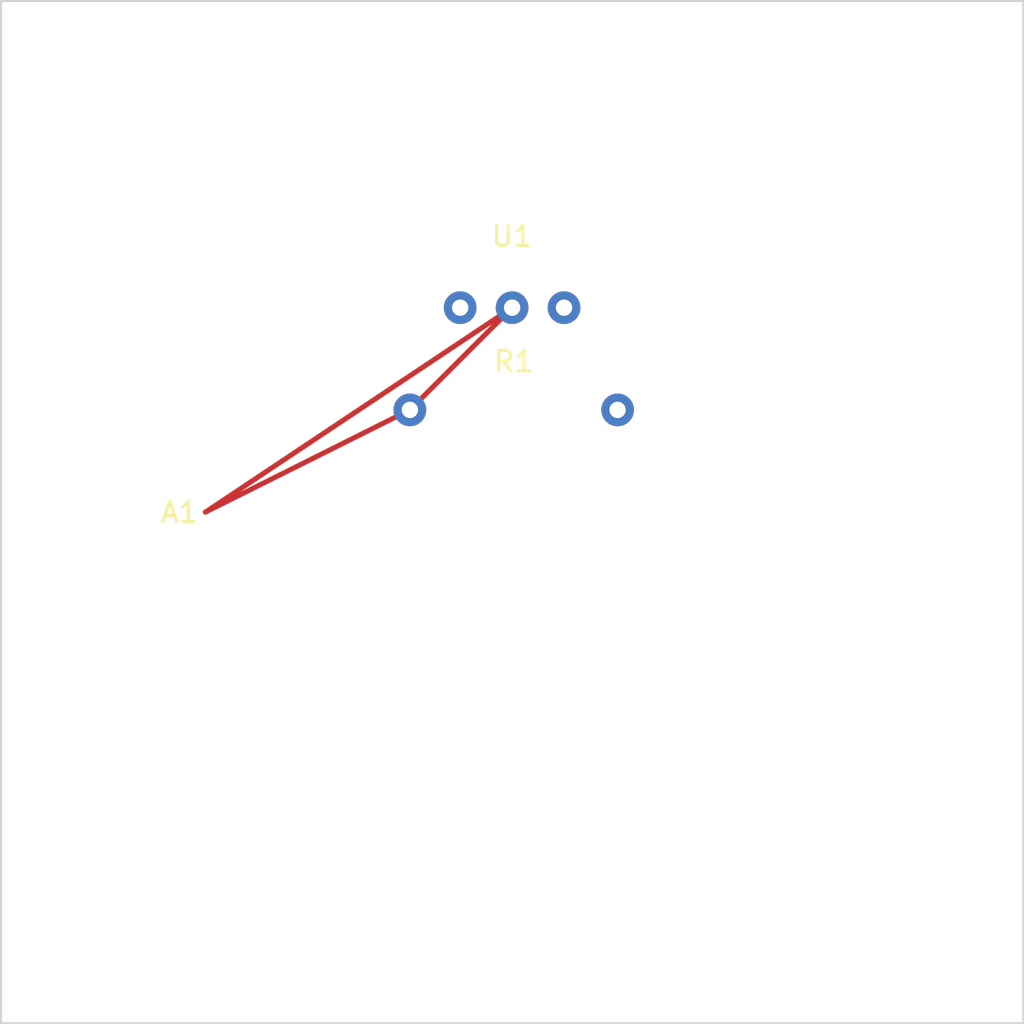
<source format=kicad_pcb>
(kicad_pcb (version 20221018) (generator pcbnew)

  (general
    (thickness 1.6)
  )

  (paper "A4")
  (title_block
    (title "Fridge Temperature Tester")
    (date "2024-03-10")
    (rev "v1.0")
    (company "Peregian Digital Hub")
  )

  (layers
    (0 "F.Cu" signal)
    (31 "B.Cu" signal)
    (32 "B.Adhes" user "B.Adhesive")
    (33 "F.Adhes" user "F.Adhesive")
    (34 "B.Paste" user)
    (35 "F.Paste" user)
    (36 "B.SilkS" user "B.Silkscreen")
    (37 "F.SilkS" user "F.Silkscreen")
    (38 "B.Mask" user)
    (39 "F.Mask" user)
    (40 "Dwgs.User" user "User.Drawings")
    (41 "Cmts.User" user "User.Comments")
    (42 "Eco1.User" user "User.Eco1")
    (43 "Eco2.User" user "User.Eco2")
    (44 "Edge.Cuts" user)
    (45 "Margin" user)
    (46 "B.CrtYd" user "B.Courtyard")
    (47 "F.CrtYd" user "F.Courtyard")
    (48 "B.Fab" user)
    (49 "F.Fab" user)
  )

  (setup
    (pad_to_mask_clearance 0.1)
    (pcbplotparams
      (layerselection 0x00010fc_ffffffff)
      (plot_on_all_layers_selection 0x0000000_00000000)
      (disableapertmacros false)
      (usegerberextensions false)
      (usegerberattributes true)
      (usegerberadvancedattributes true)
      (creategerberjobfile true)
      (svguseinch false)
      (svgprecision 6)
      (excludeedgelayer true)
      (plotframeref false)
      (viasonmask false)
      (mode 1)
      (useauxorigin false)
      (hpglpennumber 1)
      (hpglpenspeed 20)
      (hpglpendiameter 15)
      (dxfpolygonmode true)
      (dxfimperialunits true)
      (dxfusepcbnewfont true)
      (psnegative false)
      (psa4output false)
      (plotreference true)
      (plotvalue true)
      (plotinvisibletext false)
      (sketchpadsonfab false)
      (subtractmaskfromsilk false)
      (outputformat 1)
      (mirror false)
      (drillshape 1)
      (scaleselection 1)
      (outputdirectory "")
    )
  )

  (net 0 "")
  (net 1 "GND")
  (net 2 "+5V")
  (net 3 "TEMP_SENSOR")

  (net_class "Default" "This is the default net class."
    (clearance 0.2)
    (trace_width 0.25)
    (via_dia 0.8)
    (via_drill 0.4)
    (uvia_dia 0.3)
    (uvia_drill 0.1)
    (add_net "GND")
    (add_net "+5V")
    (add_net "TEMP_SENSOR")
  )

  (module "Package_TO_SOT_THT:TO-92_Inline" (layer "F.Cu") (tedit 5A02FF57)
    (at 75 65)
    (descr "TO-92 leads in-line, narrow, oval pads")
    (tags "to-92 sc-43 sc-43a sot54 PA33 transistor")
    (path "/00000000-0000-0000-0000-0000abcdef01")
    (attr through_hole)
    (fp_text reference "U1" (at 0 -3.5) (layer "F.SilkS")
      (effects (font (size 1 1) (thickness 0.15)))
    )
    (fp_text value "DS18B20" (at 0 2.5) (layer "F.Fab")
      (effects (font (size 1 1) (thickness 0.15)))
    )
    (pad "1" thru_hole oval (at -2.54 0) (size 1.6 1.6) (drill 0.8) (layers *.Cu *.Mask)
      (net 1 "GND"))
    (pad "2" thru_hole oval (at 0 0) (size 1.6 1.6) (drill 0.8) (layers *.Cu *.Mask)
      (net 3 "TEMP_SENSOR"))
    (pad "3" thru_hole oval (at 2.54 0) (size 1.6 1.6) (drill 0.8) (layers *.Cu *.Mask)
      (net 2 "+5V"))
  )

  (module "Module:Arduino_Nano" (layer "F.Cu") (tedit 5D1C6B6C)
    (at 60 75)
    (descr "Arduino Nano")
    (tags "Arduino Nano")
    (path "/00000000-0000-0000-0000-00005e6f7890")
    (attr through_hole)
    (fp_text reference "A1" (at -1.27 0) (layer "F.SilkS")
      (effects (font (size 1 1) (thickness 0.15)))
    )
    (fp_text value "Arduino_Nano_v3.x" (at 0 0) (layer "F.Fab")
      (effects (font (size 1 1) (thickness 0.15)))
    )
  )

  (module "Resistor_THT:R_Axial_DIN0207_L6.3mm_D2.5mm_P10.16mm_Horizontal" (layer "F.Cu") (tedit 5AE5139B)
    (at 70 70)
    (descr "Resistor, Axial_DIN0207 series, Axial, Horizontal, pin pitch=10.16mm, 0.25W = 1/4W, length*diameter=6.3*2.5mm^2, http://cdn-reichelt.de/documents/datenblatt/B400/1_4W%23YAG.pdf")
    (tags "Resistor Axial_DIN0207 series Axial Horizontal pin pitch 10.16mm 0.25W = 1/4W length 6.3mm diameter 2.5mm")
    (path "/00000000-0000-0000-0000-00007890abcd")
    (attr through_hole)
    (fp_text reference "R1" (at 5.08 -2.37) (layer "F.SilkS")
      (effects (font (size 1 1) (thickness 0.15)))
    )
    (fp_text value "4.7k" (at 5.08 2.37) (layer "F.Fab")
      (effects (font (size 1 1) (thickness 0.15)))
    )
    (pad "1" thru_hole circle (at 0 0) (size 1.6 1.6) (drill 0.8) (layers *.Cu *.Mask)
      (net 2 "+5V"))
    (pad "2" thru_hole oval (at 10.16 0) (size 1.6 1.6) (drill 0.8) (layers *.Cu *.Mask)
      (net 3 "TEMP_SENSOR"))
  )

  (gr_line (start 50 50) (end 100 50) (layer "Edge.Cuts") (width 0.1))
  (gr_line (start 100 50) (end 100 100) (layer "Edge.Cuts") (width 0.1))
  (gr_line (start 100 100) (end 50 100) (layer "Edge.Cuts") (width 0.1))
  (gr_line (start 50 100) (end 50 50) (layer "Edge.Cuts") (width 0.1))

  (segment (start 75 65) (end 60 75) (width 0.25) (layer "F.Cu") (net 1))
  (segment (start 75 65) (end 70 70) (width 0.25) (layer "F.Cu") (net 2))
  (segment (start 70 70) (end 60 75) (width 0.25) (layer "F.Cu") (net 3))
)

</source>
